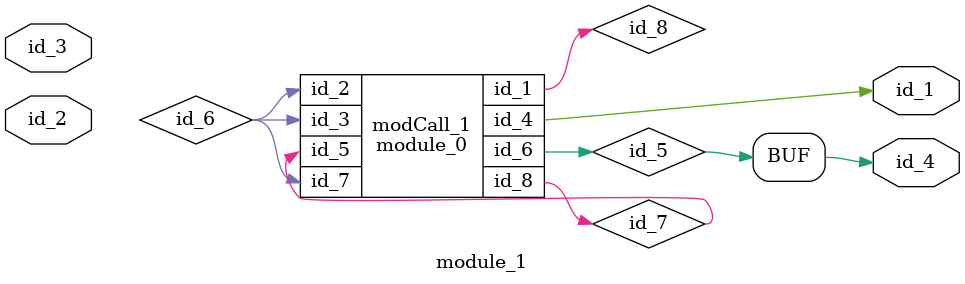
<source format=v>
module module_0 (
    id_1,
    id_2,
    id_3,
    id_4,
    id_5,
    id_6,
    id_7,
    id_8
);
  inout wire id_8;
  input wire id_7;
  inout wire id_6;
  input wire id_5;
  output wire id_4;
  input wire id_3;
  input wire id_2;
  inout wire id_1;
  assign id_1 = -1'b0;
endmodule
module module_1 (
    id_1,
    id_2,
    id_3,
    id_4
);
  output wire id_4;
  input wire id_3;
  input wire id_2;
  output wire id_1;
  wire id_5, id_6;
  wire id_7, id_8;
  module_0 modCall_1 (
      id_8,
      id_6,
      id_6,
      id_1,
      id_7,
      id_5,
      id_6,
      id_7
  );
  assign id_4 = id_5;
endmodule

</source>
